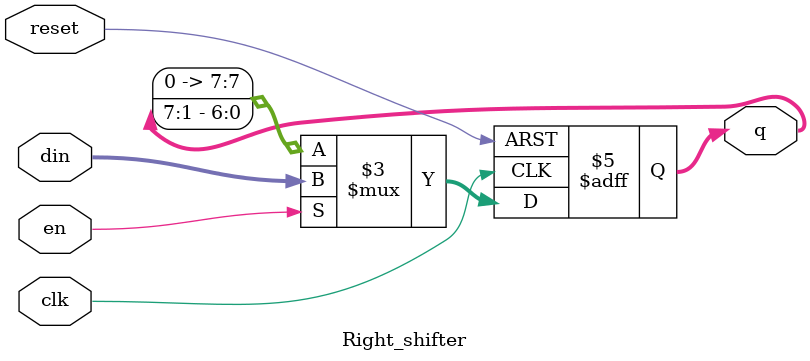
<source format=sv>
module Right_shifter #(parameter width = 8) (input logic clk, reset,en,input logic [width-1:0]din,output logic [width-1:0]q);

always_ff @(posedge clk,posedge reset)
if (reset) q <= 0;
else if (en) q <= din;
else q <= {0,q[width-1:1]};

endmodule

</source>
